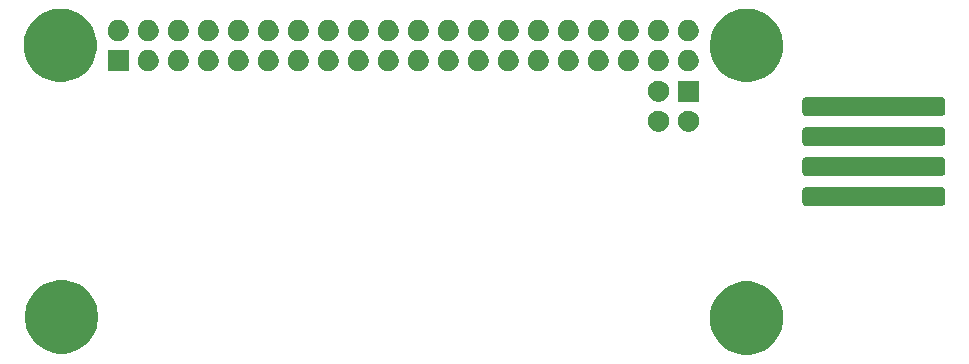
<source format=gbr>
G04 #@! TF.GenerationSoftware,KiCad,Pcbnew,(5.1.5)-2*
G04 #@! TF.CreationDate,2019-12-04T22:48:08+00:00*
G04 #@! TF.ProjectId,TTVV,54545656-2e6b-4696-9361-645f70636258,1.0.8*
G04 #@! TF.SameCoordinates,Original*
G04 #@! TF.FileFunction,Soldermask,Bot*
G04 #@! TF.FilePolarity,Negative*
%FSLAX46Y46*%
G04 Gerber Fmt 4.6, Leading zero omitted, Abs format (unit mm)*
G04 Created by KiCad (PCBNEW (5.1.5)-2) date 2019-12-04 22:48:08*
%MOMM*%
%LPD*%
G04 APERTURE LIST*
%ADD10C,0.100000*%
G04 APERTURE END LIST*
D10*
G36*
X112204780Y-72559565D02*
G01*
X112504237Y-72619131D01*
X113068401Y-72852815D01*
X113576135Y-73192072D01*
X114007928Y-73623865D01*
X114347185Y-74131599D01*
X114580869Y-74695763D01*
X114580869Y-74695765D01*
X114680109Y-75194675D01*
X114700000Y-75294677D01*
X114700000Y-75905323D01*
X114580869Y-76504237D01*
X114347185Y-77068401D01*
X114007928Y-77576135D01*
X113576135Y-78007928D01*
X113068401Y-78347185D01*
X112504237Y-78580869D01*
X112204780Y-78640434D01*
X111905325Y-78700000D01*
X111294675Y-78700000D01*
X110995220Y-78640434D01*
X110695763Y-78580869D01*
X110131599Y-78347185D01*
X109623865Y-78007928D01*
X109192072Y-77576135D01*
X108852815Y-77068401D01*
X108619131Y-76504237D01*
X108500000Y-75905323D01*
X108500000Y-75294677D01*
X108519892Y-75194675D01*
X108619131Y-74695765D01*
X108619131Y-74695763D01*
X108852815Y-74131599D01*
X109192072Y-73623865D01*
X109623865Y-73192072D01*
X110131599Y-72852815D01*
X110695763Y-72619131D01*
X110995220Y-72559565D01*
X111294675Y-72500000D01*
X111905325Y-72500000D01*
X112204780Y-72559565D01*
G37*
G36*
X54204780Y-72459566D02*
G01*
X54504237Y-72519131D01*
X55068401Y-72752815D01*
X55576135Y-73092072D01*
X56007928Y-73523865D01*
X56347185Y-74031599D01*
X56580869Y-74595763D01*
X56640435Y-74895220D01*
X56700000Y-75194675D01*
X56700000Y-75805325D01*
X56640434Y-76104780D01*
X56580869Y-76404237D01*
X56347185Y-76968401D01*
X56007928Y-77476135D01*
X55576135Y-77907928D01*
X55068401Y-78247185D01*
X54504237Y-78480869D01*
X54204780Y-78540434D01*
X53905325Y-78600000D01*
X53294675Y-78600000D01*
X52995220Y-78540434D01*
X52695763Y-78480869D01*
X52131599Y-78247185D01*
X51623865Y-77907928D01*
X51192072Y-77476135D01*
X50852815Y-76968401D01*
X50619131Y-76404237D01*
X50559566Y-76104780D01*
X50500000Y-75805325D01*
X50500000Y-75194675D01*
X50559565Y-74895220D01*
X50619131Y-74595763D01*
X50852815Y-74031599D01*
X51192072Y-73523865D01*
X51623865Y-73092072D01*
X52131599Y-72752815D01*
X52695763Y-72519131D01*
X52995220Y-72459566D01*
X53294675Y-72400000D01*
X53905325Y-72400000D01*
X54204780Y-72459566D01*
G37*
G36*
X128156023Y-64509487D02*
G01*
X128219311Y-64528686D01*
X128277649Y-64559868D01*
X128328775Y-64601825D01*
X128370732Y-64652951D01*
X128401914Y-64711289D01*
X128421113Y-64774577D01*
X128428200Y-64846538D01*
X128428200Y-65760262D01*
X128421113Y-65832223D01*
X128401914Y-65895511D01*
X128370732Y-65953849D01*
X128328775Y-66004975D01*
X128277649Y-66046932D01*
X128219311Y-66078114D01*
X128156023Y-66097313D01*
X128084062Y-66104400D01*
X116670338Y-66104400D01*
X116598377Y-66097313D01*
X116535089Y-66078114D01*
X116476751Y-66046932D01*
X116425625Y-66004975D01*
X116383668Y-65953849D01*
X116352486Y-65895511D01*
X116333287Y-65832223D01*
X116326200Y-65760262D01*
X116326200Y-64846538D01*
X116333287Y-64774577D01*
X116352486Y-64711289D01*
X116383668Y-64652951D01*
X116425625Y-64601825D01*
X116476751Y-64559868D01*
X116535089Y-64528686D01*
X116598377Y-64509487D01*
X116670338Y-64502400D01*
X128084062Y-64502400D01*
X128156023Y-64509487D01*
G37*
G36*
X128156023Y-61969487D02*
G01*
X128219311Y-61988686D01*
X128277649Y-62019868D01*
X128328775Y-62061825D01*
X128370732Y-62112951D01*
X128401914Y-62171289D01*
X128421113Y-62234577D01*
X128428200Y-62306538D01*
X128428200Y-63220262D01*
X128421113Y-63292223D01*
X128401914Y-63355511D01*
X128370732Y-63413849D01*
X128328775Y-63464975D01*
X128277649Y-63506932D01*
X128219311Y-63538114D01*
X128156023Y-63557313D01*
X128084062Y-63564400D01*
X116670338Y-63564400D01*
X116598377Y-63557313D01*
X116535089Y-63538114D01*
X116476751Y-63506932D01*
X116425625Y-63464975D01*
X116383668Y-63413849D01*
X116352486Y-63355511D01*
X116333287Y-63292223D01*
X116326200Y-63220262D01*
X116326200Y-62306538D01*
X116333287Y-62234577D01*
X116352486Y-62171289D01*
X116383668Y-62112951D01*
X116425625Y-62061825D01*
X116476751Y-62019868D01*
X116535089Y-61988686D01*
X116598377Y-61969487D01*
X116670338Y-61962400D01*
X128084062Y-61962400D01*
X128156023Y-61969487D01*
G37*
G36*
X128156023Y-59429487D02*
G01*
X128219311Y-59448686D01*
X128277649Y-59479868D01*
X128328775Y-59521825D01*
X128370732Y-59572951D01*
X128401914Y-59631289D01*
X128421113Y-59694577D01*
X128428200Y-59766538D01*
X128428200Y-60680262D01*
X128421113Y-60752223D01*
X128401914Y-60815511D01*
X128370732Y-60873849D01*
X128328775Y-60924975D01*
X128277649Y-60966932D01*
X128219311Y-60998114D01*
X128156023Y-61017313D01*
X128084062Y-61024400D01*
X116670338Y-61024400D01*
X116598377Y-61017313D01*
X116535089Y-60998114D01*
X116476751Y-60966932D01*
X116425625Y-60924975D01*
X116383668Y-60873849D01*
X116352486Y-60815511D01*
X116333287Y-60752223D01*
X116326200Y-60680262D01*
X116326200Y-59766538D01*
X116333287Y-59694577D01*
X116352486Y-59631289D01*
X116383668Y-59572951D01*
X116425625Y-59521825D01*
X116476751Y-59479868D01*
X116535089Y-59448686D01*
X116598377Y-59429487D01*
X116670338Y-59422400D01*
X128084062Y-59422400D01*
X128156023Y-59429487D01*
G37*
G36*
X104253512Y-58031927D02*
G01*
X104402812Y-58061624D01*
X104566784Y-58129544D01*
X104714354Y-58228147D01*
X104839853Y-58353646D01*
X104938456Y-58501216D01*
X105006376Y-58665188D01*
X105041000Y-58839259D01*
X105041000Y-59016741D01*
X105006376Y-59190812D01*
X104938456Y-59354784D01*
X104839853Y-59502354D01*
X104714354Y-59627853D01*
X104566784Y-59726456D01*
X104402812Y-59794376D01*
X104253512Y-59824073D01*
X104228742Y-59829000D01*
X104051258Y-59829000D01*
X104026488Y-59824073D01*
X103877188Y-59794376D01*
X103713216Y-59726456D01*
X103565646Y-59627853D01*
X103440147Y-59502354D01*
X103341544Y-59354784D01*
X103273624Y-59190812D01*
X103239000Y-59016741D01*
X103239000Y-58839259D01*
X103273624Y-58665188D01*
X103341544Y-58501216D01*
X103440147Y-58353646D01*
X103565646Y-58228147D01*
X103713216Y-58129544D01*
X103877188Y-58061624D01*
X104026488Y-58031927D01*
X104051258Y-58027000D01*
X104228742Y-58027000D01*
X104253512Y-58031927D01*
G37*
G36*
X106793512Y-58031927D02*
G01*
X106942812Y-58061624D01*
X107106784Y-58129544D01*
X107254354Y-58228147D01*
X107379853Y-58353646D01*
X107478456Y-58501216D01*
X107546376Y-58665188D01*
X107581000Y-58839259D01*
X107581000Y-59016741D01*
X107546376Y-59190812D01*
X107478456Y-59354784D01*
X107379853Y-59502354D01*
X107254354Y-59627853D01*
X107106784Y-59726456D01*
X106942812Y-59794376D01*
X106793512Y-59824073D01*
X106768742Y-59829000D01*
X106591258Y-59829000D01*
X106566488Y-59824073D01*
X106417188Y-59794376D01*
X106253216Y-59726456D01*
X106105646Y-59627853D01*
X105980147Y-59502354D01*
X105881544Y-59354784D01*
X105813624Y-59190812D01*
X105779000Y-59016741D01*
X105779000Y-58839259D01*
X105813624Y-58665188D01*
X105881544Y-58501216D01*
X105980147Y-58353646D01*
X106105646Y-58228147D01*
X106253216Y-58129544D01*
X106417188Y-58061624D01*
X106566488Y-58031927D01*
X106591258Y-58027000D01*
X106768742Y-58027000D01*
X106793512Y-58031927D01*
G37*
G36*
X128156023Y-56889487D02*
G01*
X128219311Y-56908686D01*
X128277649Y-56939868D01*
X128328775Y-56981825D01*
X128370732Y-57032951D01*
X128401914Y-57091289D01*
X128421113Y-57154577D01*
X128428200Y-57226538D01*
X128428200Y-58140262D01*
X128421113Y-58212223D01*
X128401914Y-58275511D01*
X128370732Y-58333849D01*
X128328775Y-58384975D01*
X128277649Y-58426932D01*
X128219311Y-58458114D01*
X128156023Y-58477313D01*
X128084062Y-58484400D01*
X116670338Y-58484400D01*
X116598377Y-58477313D01*
X116535089Y-58458114D01*
X116476751Y-58426932D01*
X116425625Y-58384975D01*
X116383668Y-58333849D01*
X116352486Y-58275511D01*
X116333287Y-58212223D01*
X116326200Y-58140262D01*
X116326200Y-57226538D01*
X116333287Y-57154577D01*
X116352486Y-57091289D01*
X116383668Y-57032951D01*
X116425625Y-56981825D01*
X116476751Y-56939868D01*
X116535089Y-56908686D01*
X116598377Y-56889487D01*
X116670338Y-56882400D01*
X128084062Y-56882400D01*
X128156023Y-56889487D01*
G37*
G36*
X107581000Y-57289000D02*
G01*
X105779000Y-57289000D01*
X105779000Y-55487000D01*
X107581000Y-55487000D01*
X107581000Y-57289000D01*
G37*
G36*
X104253512Y-55491927D02*
G01*
X104402812Y-55521624D01*
X104566784Y-55589544D01*
X104714354Y-55688147D01*
X104839853Y-55813646D01*
X104938456Y-55961216D01*
X105006376Y-56125188D01*
X105041000Y-56299259D01*
X105041000Y-56476741D01*
X105006376Y-56650812D01*
X104938456Y-56814784D01*
X104839853Y-56962354D01*
X104714354Y-57087853D01*
X104566784Y-57186456D01*
X104402812Y-57254376D01*
X104253512Y-57284073D01*
X104228742Y-57289000D01*
X104051258Y-57289000D01*
X104026488Y-57284073D01*
X103877188Y-57254376D01*
X103713216Y-57186456D01*
X103565646Y-57087853D01*
X103440147Y-56962354D01*
X103341544Y-56814784D01*
X103273624Y-56650812D01*
X103239000Y-56476741D01*
X103239000Y-56299259D01*
X103273624Y-56125188D01*
X103341544Y-55961216D01*
X103440147Y-55813646D01*
X103565646Y-55688147D01*
X103713216Y-55589544D01*
X103877188Y-55521624D01*
X104026488Y-55491927D01*
X104051258Y-55487000D01*
X104228742Y-55487000D01*
X104253512Y-55491927D01*
G37*
G36*
X54104780Y-49459566D02*
G01*
X54404237Y-49519131D01*
X54968401Y-49752815D01*
X55476135Y-50092072D01*
X55907928Y-50523865D01*
X56247185Y-51031599D01*
X56480869Y-51595763D01*
X56540435Y-51895220D01*
X56600000Y-52194675D01*
X56600000Y-52805325D01*
X56574479Y-52933625D01*
X56480869Y-53404237D01*
X56247185Y-53968401D01*
X55907928Y-54476135D01*
X55476135Y-54907928D01*
X54968401Y-55247185D01*
X54404237Y-55480869D01*
X54104780Y-55540434D01*
X53805325Y-55600000D01*
X53194675Y-55600000D01*
X52895220Y-55540434D01*
X52595763Y-55480869D01*
X52031599Y-55247185D01*
X51523865Y-54907928D01*
X51092072Y-54476135D01*
X50752815Y-53968401D01*
X50519131Y-53404237D01*
X50425521Y-52933625D01*
X50400000Y-52805325D01*
X50400000Y-52194675D01*
X50459565Y-51895220D01*
X50519131Y-51595763D01*
X50752815Y-51031599D01*
X51092072Y-50523865D01*
X51523865Y-50092072D01*
X52031599Y-49752815D01*
X52595763Y-49519131D01*
X52895220Y-49459566D01*
X53194675Y-49400000D01*
X53805325Y-49400000D01*
X54104780Y-49459566D01*
G37*
G36*
X112204780Y-49459566D02*
G01*
X112504237Y-49519131D01*
X113068401Y-49752815D01*
X113576135Y-50092072D01*
X114007928Y-50523865D01*
X114347185Y-51031599D01*
X114580869Y-51595763D01*
X114640434Y-51895220D01*
X114700000Y-52194675D01*
X114700000Y-52805325D01*
X114674479Y-52933625D01*
X114580869Y-53404237D01*
X114347185Y-53968401D01*
X114007928Y-54476135D01*
X113576135Y-54907928D01*
X113068401Y-55247185D01*
X112504237Y-55480869D01*
X112204780Y-55540434D01*
X111905325Y-55600000D01*
X111294675Y-55600000D01*
X110995220Y-55540434D01*
X110695763Y-55480869D01*
X110131599Y-55247185D01*
X109623865Y-54907928D01*
X109192072Y-54476135D01*
X108852815Y-53968401D01*
X108619131Y-53404237D01*
X108525521Y-52933625D01*
X108500000Y-52805325D01*
X108500000Y-52194675D01*
X108559566Y-51895220D01*
X108619131Y-51595763D01*
X108852815Y-51031599D01*
X109192072Y-50523865D01*
X109623865Y-50092072D01*
X110131599Y-49752815D01*
X110695763Y-49519131D01*
X110995220Y-49459566D01*
X111294675Y-49400000D01*
X111905325Y-49400000D01*
X112204780Y-49459566D01*
G37*
G36*
X71213512Y-52903927D02*
G01*
X71362812Y-52933624D01*
X71526784Y-53001544D01*
X71674354Y-53100147D01*
X71799853Y-53225646D01*
X71898456Y-53373216D01*
X71966376Y-53537188D01*
X72001000Y-53711259D01*
X72001000Y-53888741D01*
X71966376Y-54062812D01*
X71898456Y-54226784D01*
X71799853Y-54374354D01*
X71674354Y-54499853D01*
X71526784Y-54598456D01*
X71362812Y-54666376D01*
X71213512Y-54696073D01*
X71188742Y-54701000D01*
X71011258Y-54701000D01*
X70986488Y-54696073D01*
X70837188Y-54666376D01*
X70673216Y-54598456D01*
X70525646Y-54499853D01*
X70400147Y-54374354D01*
X70301544Y-54226784D01*
X70233624Y-54062812D01*
X70199000Y-53888741D01*
X70199000Y-53711259D01*
X70233624Y-53537188D01*
X70301544Y-53373216D01*
X70400147Y-53225646D01*
X70525646Y-53100147D01*
X70673216Y-53001544D01*
X70837188Y-52933624D01*
X70986488Y-52903927D01*
X71011258Y-52899000D01*
X71188742Y-52899000D01*
X71213512Y-52903927D01*
G37*
G36*
X59301000Y-54701000D02*
G01*
X57499000Y-54701000D01*
X57499000Y-52899000D01*
X59301000Y-52899000D01*
X59301000Y-54701000D01*
G37*
G36*
X61053512Y-52903927D02*
G01*
X61202812Y-52933624D01*
X61366784Y-53001544D01*
X61514354Y-53100147D01*
X61639853Y-53225646D01*
X61738456Y-53373216D01*
X61806376Y-53537188D01*
X61841000Y-53711259D01*
X61841000Y-53888741D01*
X61806376Y-54062812D01*
X61738456Y-54226784D01*
X61639853Y-54374354D01*
X61514354Y-54499853D01*
X61366784Y-54598456D01*
X61202812Y-54666376D01*
X61053512Y-54696073D01*
X61028742Y-54701000D01*
X60851258Y-54701000D01*
X60826488Y-54696073D01*
X60677188Y-54666376D01*
X60513216Y-54598456D01*
X60365646Y-54499853D01*
X60240147Y-54374354D01*
X60141544Y-54226784D01*
X60073624Y-54062812D01*
X60039000Y-53888741D01*
X60039000Y-53711259D01*
X60073624Y-53537188D01*
X60141544Y-53373216D01*
X60240147Y-53225646D01*
X60365646Y-53100147D01*
X60513216Y-53001544D01*
X60677188Y-52933624D01*
X60826488Y-52903927D01*
X60851258Y-52899000D01*
X61028742Y-52899000D01*
X61053512Y-52903927D01*
G37*
G36*
X63593512Y-52903927D02*
G01*
X63742812Y-52933624D01*
X63906784Y-53001544D01*
X64054354Y-53100147D01*
X64179853Y-53225646D01*
X64278456Y-53373216D01*
X64346376Y-53537188D01*
X64381000Y-53711259D01*
X64381000Y-53888741D01*
X64346376Y-54062812D01*
X64278456Y-54226784D01*
X64179853Y-54374354D01*
X64054354Y-54499853D01*
X63906784Y-54598456D01*
X63742812Y-54666376D01*
X63593512Y-54696073D01*
X63568742Y-54701000D01*
X63391258Y-54701000D01*
X63366488Y-54696073D01*
X63217188Y-54666376D01*
X63053216Y-54598456D01*
X62905646Y-54499853D01*
X62780147Y-54374354D01*
X62681544Y-54226784D01*
X62613624Y-54062812D01*
X62579000Y-53888741D01*
X62579000Y-53711259D01*
X62613624Y-53537188D01*
X62681544Y-53373216D01*
X62780147Y-53225646D01*
X62905646Y-53100147D01*
X63053216Y-53001544D01*
X63217188Y-52933624D01*
X63366488Y-52903927D01*
X63391258Y-52899000D01*
X63568742Y-52899000D01*
X63593512Y-52903927D01*
G37*
G36*
X66133512Y-52903927D02*
G01*
X66282812Y-52933624D01*
X66446784Y-53001544D01*
X66594354Y-53100147D01*
X66719853Y-53225646D01*
X66818456Y-53373216D01*
X66886376Y-53537188D01*
X66921000Y-53711259D01*
X66921000Y-53888741D01*
X66886376Y-54062812D01*
X66818456Y-54226784D01*
X66719853Y-54374354D01*
X66594354Y-54499853D01*
X66446784Y-54598456D01*
X66282812Y-54666376D01*
X66133512Y-54696073D01*
X66108742Y-54701000D01*
X65931258Y-54701000D01*
X65906488Y-54696073D01*
X65757188Y-54666376D01*
X65593216Y-54598456D01*
X65445646Y-54499853D01*
X65320147Y-54374354D01*
X65221544Y-54226784D01*
X65153624Y-54062812D01*
X65119000Y-53888741D01*
X65119000Y-53711259D01*
X65153624Y-53537188D01*
X65221544Y-53373216D01*
X65320147Y-53225646D01*
X65445646Y-53100147D01*
X65593216Y-53001544D01*
X65757188Y-52933624D01*
X65906488Y-52903927D01*
X65931258Y-52899000D01*
X66108742Y-52899000D01*
X66133512Y-52903927D01*
G37*
G36*
X68673512Y-52903927D02*
G01*
X68822812Y-52933624D01*
X68986784Y-53001544D01*
X69134354Y-53100147D01*
X69259853Y-53225646D01*
X69358456Y-53373216D01*
X69426376Y-53537188D01*
X69461000Y-53711259D01*
X69461000Y-53888741D01*
X69426376Y-54062812D01*
X69358456Y-54226784D01*
X69259853Y-54374354D01*
X69134354Y-54499853D01*
X68986784Y-54598456D01*
X68822812Y-54666376D01*
X68673512Y-54696073D01*
X68648742Y-54701000D01*
X68471258Y-54701000D01*
X68446488Y-54696073D01*
X68297188Y-54666376D01*
X68133216Y-54598456D01*
X67985646Y-54499853D01*
X67860147Y-54374354D01*
X67761544Y-54226784D01*
X67693624Y-54062812D01*
X67659000Y-53888741D01*
X67659000Y-53711259D01*
X67693624Y-53537188D01*
X67761544Y-53373216D01*
X67860147Y-53225646D01*
X67985646Y-53100147D01*
X68133216Y-53001544D01*
X68297188Y-52933624D01*
X68446488Y-52903927D01*
X68471258Y-52899000D01*
X68648742Y-52899000D01*
X68673512Y-52903927D01*
G37*
G36*
X76293512Y-52903927D02*
G01*
X76442812Y-52933624D01*
X76606784Y-53001544D01*
X76754354Y-53100147D01*
X76879853Y-53225646D01*
X76978456Y-53373216D01*
X77046376Y-53537188D01*
X77081000Y-53711259D01*
X77081000Y-53888741D01*
X77046376Y-54062812D01*
X76978456Y-54226784D01*
X76879853Y-54374354D01*
X76754354Y-54499853D01*
X76606784Y-54598456D01*
X76442812Y-54666376D01*
X76293512Y-54696073D01*
X76268742Y-54701000D01*
X76091258Y-54701000D01*
X76066488Y-54696073D01*
X75917188Y-54666376D01*
X75753216Y-54598456D01*
X75605646Y-54499853D01*
X75480147Y-54374354D01*
X75381544Y-54226784D01*
X75313624Y-54062812D01*
X75279000Y-53888741D01*
X75279000Y-53711259D01*
X75313624Y-53537188D01*
X75381544Y-53373216D01*
X75480147Y-53225646D01*
X75605646Y-53100147D01*
X75753216Y-53001544D01*
X75917188Y-52933624D01*
X76066488Y-52903927D01*
X76091258Y-52899000D01*
X76268742Y-52899000D01*
X76293512Y-52903927D01*
G37*
G36*
X78833512Y-52903927D02*
G01*
X78982812Y-52933624D01*
X79146784Y-53001544D01*
X79294354Y-53100147D01*
X79419853Y-53225646D01*
X79518456Y-53373216D01*
X79586376Y-53537188D01*
X79621000Y-53711259D01*
X79621000Y-53888741D01*
X79586376Y-54062812D01*
X79518456Y-54226784D01*
X79419853Y-54374354D01*
X79294354Y-54499853D01*
X79146784Y-54598456D01*
X78982812Y-54666376D01*
X78833512Y-54696073D01*
X78808742Y-54701000D01*
X78631258Y-54701000D01*
X78606488Y-54696073D01*
X78457188Y-54666376D01*
X78293216Y-54598456D01*
X78145646Y-54499853D01*
X78020147Y-54374354D01*
X77921544Y-54226784D01*
X77853624Y-54062812D01*
X77819000Y-53888741D01*
X77819000Y-53711259D01*
X77853624Y-53537188D01*
X77921544Y-53373216D01*
X78020147Y-53225646D01*
X78145646Y-53100147D01*
X78293216Y-53001544D01*
X78457188Y-52933624D01*
X78606488Y-52903927D01*
X78631258Y-52899000D01*
X78808742Y-52899000D01*
X78833512Y-52903927D01*
G37*
G36*
X81373512Y-52903927D02*
G01*
X81522812Y-52933624D01*
X81686784Y-53001544D01*
X81834354Y-53100147D01*
X81959853Y-53225646D01*
X82058456Y-53373216D01*
X82126376Y-53537188D01*
X82161000Y-53711259D01*
X82161000Y-53888741D01*
X82126376Y-54062812D01*
X82058456Y-54226784D01*
X81959853Y-54374354D01*
X81834354Y-54499853D01*
X81686784Y-54598456D01*
X81522812Y-54666376D01*
X81373512Y-54696073D01*
X81348742Y-54701000D01*
X81171258Y-54701000D01*
X81146488Y-54696073D01*
X80997188Y-54666376D01*
X80833216Y-54598456D01*
X80685646Y-54499853D01*
X80560147Y-54374354D01*
X80461544Y-54226784D01*
X80393624Y-54062812D01*
X80359000Y-53888741D01*
X80359000Y-53711259D01*
X80393624Y-53537188D01*
X80461544Y-53373216D01*
X80560147Y-53225646D01*
X80685646Y-53100147D01*
X80833216Y-53001544D01*
X80997188Y-52933624D01*
X81146488Y-52903927D01*
X81171258Y-52899000D01*
X81348742Y-52899000D01*
X81373512Y-52903927D01*
G37*
G36*
X73753512Y-52903927D02*
G01*
X73902812Y-52933624D01*
X74066784Y-53001544D01*
X74214354Y-53100147D01*
X74339853Y-53225646D01*
X74438456Y-53373216D01*
X74506376Y-53537188D01*
X74541000Y-53711259D01*
X74541000Y-53888741D01*
X74506376Y-54062812D01*
X74438456Y-54226784D01*
X74339853Y-54374354D01*
X74214354Y-54499853D01*
X74066784Y-54598456D01*
X73902812Y-54666376D01*
X73753512Y-54696073D01*
X73728742Y-54701000D01*
X73551258Y-54701000D01*
X73526488Y-54696073D01*
X73377188Y-54666376D01*
X73213216Y-54598456D01*
X73065646Y-54499853D01*
X72940147Y-54374354D01*
X72841544Y-54226784D01*
X72773624Y-54062812D01*
X72739000Y-53888741D01*
X72739000Y-53711259D01*
X72773624Y-53537188D01*
X72841544Y-53373216D01*
X72940147Y-53225646D01*
X73065646Y-53100147D01*
X73213216Y-53001544D01*
X73377188Y-52933624D01*
X73526488Y-52903927D01*
X73551258Y-52899000D01*
X73728742Y-52899000D01*
X73753512Y-52903927D01*
G37*
G36*
X99153512Y-52903927D02*
G01*
X99302812Y-52933624D01*
X99466784Y-53001544D01*
X99614354Y-53100147D01*
X99739853Y-53225646D01*
X99838456Y-53373216D01*
X99906376Y-53537188D01*
X99941000Y-53711259D01*
X99941000Y-53888741D01*
X99906376Y-54062812D01*
X99838456Y-54226784D01*
X99739853Y-54374354D01*
X99614354Y-54499853D01*
X99466784Y-54598456D01*
X99302812Y-54666376D01*
X99153512Y-54696073D01*
X99128742Y-54701000D01*
X98951258Y-54701000D01*
X98926488Y-54696073D01*
X98777188Y-54666376D01*
X98613216Y-54598456D01*
X98465646Y-54499853D01*
X98340147Y-54374354D01*
X98241544Y-54226784D01*
X98173624Y-54062812D01*
X98139000Y-53888741D01*
X98139000Y-53711259D01*
X98173624Y-53537188D01*
X98241544Y-53373216D01*
X98340147Y-53225646D01*
X98465646Y-53100147D01*
X98613216Y-53001544D01*
X98777188Y-52933624D01*
X98926488Y-52903927D01*
X98951258Y-52899000D01*
X99128742Y-52899000D01*
X99153512Y-52903927D01*
G37*
G36*
X96613512Y-52903927D02*
G01*
X96762812Y-52933624D01*
X96926784Y-53001544D01*
X97074354Y-53100147D01*
X97199853Y-53225646D01*
X97298456Y-53373216D01*
X97366376Y-53537188D01*
X97401000Y-53711259D01*
X97401000Y-53888741D01*
X97366376Y-54062812D01*
X97298456Y-54226784D01*
X97199853Y-54374354D01*
X97074354Y-54499853D01*
X96926784Y-54598456D01*
X96762812Y-54666376D01*
X96613512Y-54696073D01*
X96588742Y-54701000D01*
X96411258Y-54701000D01*
X96386488Y-54696073D01*
X96237188Y-54666376D01*
X96073216Y-54598456D01*
X95925646Y-54499853D01*
X95800147Y-54374354D01*
X95701544Y-54226784D01*
X95633624Y-54062812D01*
X95599000Y-53888741D01*
X95599000Y-53711259D01*
X95633624Y-53537188D01*
X95701544Y-53373216D01*
X95800147Y-53225646D01*
X95925646Y-53100147D01*
X96073216Y-53001544D01*
X96237188Y-52933624D01*
X96386488Y-52903927D01*
X96411258Y-52899000D01*
X96588742Y-52899000D01*
X96613512Y-52903927D01*
G37*
G36*
X83913512Y-52903927D02*
G01*
X84062812Y-52933624D01*
X84226784Y-53001544D01*
X84374354Y-53100147D01*
X84499853Y-53225646D01*
X84598456Y-53373216D01*
X84666376Y-53537188D01*
X84701000Y-53711259D01*
X84701000Y-53888741D01*
X84666376Y-54062812D01*
X84598456Y-54226784D01*
X84499853Y-54374354D01*
X84374354Y-54499853D01*
X84226784Y-54598456D01*
X84062812Y-54666376D01*
X83913512Y-54696073D01*
X83888742Y-54701000D01*
X83711258Y-54701000D01*
X83686488Y-54696073D01*
X83537188Y-54666376D01*
X83373216Y-54598456D01*
X83225646Y-54499853D01*
X83100147Y-54374354D01*
X83001544Y-54226784D01*
X82933624Y-54062812D01*
X82899000Y-53888741D01*
X82899000Y-53711259D01*
X82933624Y-53537188D01*
X83001544Y-53373216D01*
X83100147Y-53225646D01*
X83225646Y-53100147D01*
X83373216Y-53001544D01*
X83537188Y-52933624D01*
X83686488Y-52903927D01*
X83711258Y-52899000D01*
X83888742Y-52899000D01*
X83913512Y-52903927D01*
G37*
G36*
X86453512Y-52903927D02*
G01*
X86602812Y-52933624D01*
X86766784Y-53001544D01*
X86914354Y-53100147D01*
X87039853Y-53225646D01*
X87138456Y-53373216D01*
X87206376Y-53537188D01*
X87241000Y-53711259D01*
X87241000Y-53888741D01*
X87206376Y-54062812D01*
X87138456Y-54226784D01*
X87039853Y-54374354D01*
X86914354Y-54499853D01*
X86766784Y-54598456D01*
X86602812Y-54666376D01*
X86453512Y-54696073D01*
X86428742Y-54701000D01*
X86251258Y-54701000D01*
X86226488Y-54696073D01*
X86077188Y-54666376D01*
X85913216Y-54598456D01*
X85765646Y-54499853D01*
X85640147Y-54374354D01*
X85541544Y-54226784D01*
X85473624Y-54062812D01*
X85439000Y-53888741D01*
X85439000Y-53711259D01*
X85473624Y-53537188D01*
X85541544Y-53373216D01*
X85640147Y-53225646D01*
X85765646Y-53100147D01*
X85913216Y-53001544D01*
X86077188Y-52933624D01*
X86226488Y-52903927D01*
X86251258Y-52899000D01*
X86428742Y-52899000D01*
X86453512Y-52903927D01*
G37*
G36*
X88993512Y-52903927D02*
G01*
X89142812Y-52933624D01*
X89306784Y-53001544D01*
X89454354Y-53100147D01*
X89579853Y-53225646D01*
X89678456Y-53373216D01*
X89746376Y-53537188D01*
X89781000Y-53711259D01*
X89781000Y-53888741D01*
X89746376Y-54062812D01*
X89678456Y-54226784D01*
X89579853Y-54374354D01*
X89454354Y-54499853D01*
X89306784Y-54598456D01*
X89142812Y-54666376D01*
X88993512Y-54696073D01*
X88968742Y-54701000D01*
X88791258Y-54701000D01*
X88766488Y-54696073D01*
X88617188Y-54666376D01*
X88453216Y-54598456D01*
X88305646Y-54499853D01*
X88180147Y-54374354D01*
X88081544Y-54226784D01*
X88013624Y-54062812D01*
X87979000Y-53888741D01*
X87979000Y-53711259D01*
X88013624Y-53537188D01*
X88081544Y-53373216D01*
X88180147Y-53225646D01*
X88305646Y-53100147D01*
X88453216Y-53001544D01*
X88617188Y-52933624D01*
X88766488Y-52903927D01*
X88791258Y-52899000D01*
X88968742Y-52899000D01*
X88993512Y-52903927D01*
G37*
G36*
X91533512Y-52903927D02*
G01*
X91682812Y-52933624D01*
X91846784Y-53001544D01*
X91994354Y-53100147D01*
X92119853Y-53225646D01*
X92218456Y-53373216D01*
X92286376Y-53537188D01*
X92321000Y-53711259D01*
X92321000Y-53888741D01*
X92286376Y-54062812D01*
X92218456Y-54226784D01*
X92119853Y-54374354D01*
X91994354Y-54499853D01*
X91846784Y-54598456D01*
X91682812Y-54666376D01*
X91533512Y-54696073D01*
X91508742Y-54701000D01*
X91331258Y-54701000D01*
X91306488Y-54696073D01*
X91157188Y-54666376D01*
X90993216Y-54598456D01*
X90845646Y-54499853D01*
X90720147Y-54374354D01*
X90621544Y-54226784D01*
X90553624Y-54062812D01*
X90519000Y-53888741D01*
X90519000Y-53711259D01*
X90553624Y-53537188D01*
X90621544Y-53373216D01*
X90720147Y-53225646D01*
X90845646Y-53100147D01*
X90993216Y-53001544D01*
X91157188Y-52933624D01*
X91306488Y-52903927D01*
X91331258Y-52899000D01*
X91508742Y-52899000D01*
X91533512Y-52903927D01*
G37*
G36*
X94073512Y-52903927D02*
G01*
X94222812Y-52933624D01*
X94386784Y-53001544D01*
X94534354Y-53100147D01*
X94659853Y-53225646D01*
X94758456Y-53373216D01*
X94826376Y-53537188D01*
X94861000Y-53711259D01*
X94861000Y-53888741D01*
X94826376Y-54062812D01*
X94758456Y-54226784D01*
X94659853Y-54374354D01*
X94534354Y-54499853D01*
X94386784Y-54598456D01*
X94222812Y-54666376D01*
X94073512Y-54696073D01*
X94048742Y-54701000D01*
X93871258Y-54701000D01*
X93846488Y-54696073D01*
X93697188Y-54666376D01*
X93533216Y-54598456D01*
X93385646Y-54499853D01*
X93260147Y-54374354D01*
X93161544Y-54226784D01*
X93093624Y-54062812D01*
X93059000Y-53888741D01*
X93059000Y-53711259D01*
X93093624Y-53537188D01*
X93161544Y-53373216D01*
X93260147Y-53225646D01*
X93385646Y-53100147D01*
X93533216Y-53001544D01*
X93697188Y-52933624D01*
X93846488Y-52903927D01*
X93871258Y-52899000D01*
X94048742Y-52899000D01*
X94073512Y-52903927D01*
G37*
G36*
X106773512Y-52903927D02*
G01*
X106922812Y-52933624D01*
X107086784Y-53001544D01*
X107234354Y-53100147D01*
X107359853Y-53225646D01*
X107458456Y-53373216D01*
X107526376Y-53537188D01*
X107561000Y-53711259D01*
X107561000Y-53888741D01*
X107526376Y-54062812D01*
X107458456Y-54226784D01*
X107359853Y-54374354D01*
X107234354Y-54499853D01*
X107086784Y-54598456D01*
X106922812Y-54666376D01*
X106773512Y-54696073D01*
X106748742Y-54701000D01*
X106571258Y-54701000D01*
X106546488Y-54696073D01*
X106397188Y-54666376D01*
X106233216Y-54598456D01*
X106085646Y-54499853D01*
X105960147Y-54374354D01*
X105861544Y-54226784D01*
X105793624Y-54062812D01*
X105759000Y-53888741D01*
X105759000Y-53711259D01*
X105793624Y-53537188D01*
X105861544Y-53373216D01*
X105960147Y-53225646D01*
X106085646Y-53100147D01*
X106233216Y-53001544D01*
X106397188Y-52933624D01*
X106546488Y-52903927D01*
X106571258Y-52899000D01*
X106748742Y-52899000D01*
X106773512Y-52903927D01*
G37*
G36*
X104233512Y-52903927D02*
G01*
X104382812Y-52933624D01*
X104546784Y-53001544D01*
X104694354Y-53100147D01*
X104819853Y-53225646D01*
X104918456Y-53373216D01*
X104986376Y-53537188D01*
X105021000Y-53711259D01*
X105021000Y-53888741D01*
X104986376Y-54062812D01*
X104918456Y-54226784D01*
X104819853Y-54374354D01*
X104694354Y-54499853D01*
X104546784Y-54598456D01*
X104382812Y-54666376D01*
X104233512Y-54696073D01*
X104208742Y-54701000D01*
X104031258Y-54701000D01*
X104006488Y-54696073D01*
X103857188Y-54666376D01*
X103693216Y-54598456D01*
X103545646Y-54499853D01*
X103420147Y-54374354D01*
X103321544Y-54226784D01*
X103253624Y-54062812D01*
X103219000Y-53888741D01*
X103219000Y-53711259D01*
X103253624Y-53537188D01*
X103321544Y-53373216D01*
X103420147Y-53225646D01*
X103545646Y-53100147D01*
X103693216Y-53001544D01*
X103857188Y-52933624D01*
X104006488Y-52903927D01*
X104031258Y-52899000D01*
X104208742Y-52899000D01*
X104233512Y-52903927D01*
G37*
G36*
X101693512Y-52903927D02*
G01*
X101842812Y-52933624D01*
X102006784Y-53001544D01*
X102154354Y-53100147D01*
X102279853Y-53225646D01*
X102378456Y-53373216D01*
X102446376Y-53537188D01*
X102481000Y-53711259D01*
X102481000Y-53888741D01*
X102446376Y-54062812D01*
X102378456Y-54226784D01*
X102279853Y-54374354D01*
X102154354Y-54499853D01*
X102006784Y-54598456D01*
X101842812Y-54666376D01*
X101693512Y-54696073D01*
X101668742Y-54701000D01*
X101491258Y-54701000D01*
X101466488Y-54696073D01*
X101317188Y-54666376D01*
X101153216Y-54598456D01*
X101005646Y-54499853D01*
X100880147Y-54374354D01*
X100781544Y-54226784D01*
X100713624Y-54062812D01*
X100679000Y-53888741D01*
X100679000Y-53711259D01*
X100713624Y-53537188D01*
X100781544Y-53373216D01*
X100880147Y-53225646D01*
X101005646Y-53100147D01*
X101153216Y-53001544D01*
X101317188Y-52933624D01*
X101466488Y-52903927D01*
X101491258Y-52899000D01*
X101668742Y-52899000D01*
X101693512Y-52903927D01*
G37*
G36*
X86453512Y-50363927D02*
G01*
X86602812Y-50393624D01*
X86766784Y-50461544D01*
X86914354Y-50560147D01*
X87039853Y-50685646D01*
X87138456Y-50833216D01*
X87206376Y-50997188D01*
X87241000Y-51171259D01*
X87241000Y-51348741D01*
X87206376Y-51522812D01*
X87138456Y-51686784D01*
X87039853Y-51834354D01*
X86914354Y-51959853D01*
X86766784Y-52058456D01*
X86602812Y-52126376D01*
X86453512Y-52156073D01*
X86428742Y-52161000D01*
X86251258Y-52161000D01*
X86226488Y-52156073D01*
X86077188Y-52126376D01*
X85913216Y-52058456D01*
X85765646Y-51959853D01*
X85640147Y-51834354D01*
X85541544Y-51686784D01*
X85473624Y-51522812D01*
X85439000Y-51348741D01*
X85439000Y-51171259D01*
X85473624Y-50997188D01*
X85541544Y-50833216D01*
X85640147Y-50685646D01*
X85765646Y-50560147D01*
X85913216Y-50461544D01*
X86077188Y-50393624D01*
X86226488Y-50363927D01*
X86251258Y-50359000D01*
X86428742Y-50359000D01*
X86453512Y-50363927D01*
G37*
G36*
X83913512Y-50363927D02*
G01*
X84062812Y-50393624D01*
X84226784Y-50461544D01*
X84374354Y-50560147D01*
X84499853Y-50685646D01*
X84598456Y-50833216D01*
X84666376Y-50997188D01*
X84701000Y-51171259D01*
X84701000Y-51348741D01*
X84666376Y-51522812D01*
X84598456Y-51686784D01*
X84499853Y-51834354D01*
X84374354Y-51959853D01*
X84226784Y-52058456D01*
X84062812Y-52126376D01*
X83913512Y-52156073D01*
X83888742Y-52161000D01*
X83711258Y-52161000D01*
X83686488Y-52156073D01*
X83537188Y-52126376D01*
X83373216Y-52058456D01*
X83225646Y-51959853D01*
X83100147Y-51834354D01*
X83001544Y-51686784D01*
X82933624Y-51522812D01*
X82899000Y-51348741D01*
X82899000Y-51171259D01*
X82933624Y-50997188D01*
X83001544Y-50833216D01*
X83100147Y-50685646D01*
X83225646Y-50560147D01*
X83373216Y-50461544D01*
X83537188Y-50393624D01*
X83686488Y-50363927D01*
X83711258Y-50359000D01*
X83888742Y-50359000D01*
X83913512Y-50363927D01*
G37*
G36*
X88993512Y-50363927D02*
G01*
X89142812Y-50393624D01*
X89306784Y-50461544D01*
X89454354Y-50560147D01*
X89579853Y-50685646D01*
X89678456Y-50833216D01*
X89746376Y-50997188D01*
X89781000Y-51171259D01*
X89781000Y-51348741D01*
X89746376Y-51522812D01*
X89678456Y-51686784D01*
X89579853Y-51834354D01*
X89454354Y-51959853D01*
X89306784Y-52058456D01*
X89142812Y-52126376D01*
X88993512Y-52156073D01*
X88968742Y-52161000D01*
X88791258Y-52161000D01*
X88766488Y-52156073D01*
X88617188Y-52126376D01*
X88453216Y-52058456D01*
X88305646Y-51959853D01*
X88180147Y-51834354D01*
X88081544Y-51686784D01*
X88013624Y-51522812D01*
X87979000Y-51348741D01*
X87979000Y-51171259D01*
X88013624Y-50997188D01*
X88081544Y-50833216D01*
X88180147Y-50685646D01*
X88305646Y-50560147D01*
X88453216Y-50461544D01*
X88617188Y-50393624D01*
X88766488Y-50363927D01*
X88791258Y-50359000D01*
X88968742Y-50359000D01*
X88993512Y-50363927D01*
G37*
G36*
X91533512Y-50363927D02*
G01*
X91682812Y-50393624D01*
X91846784Y-50461544D01*
X91994354Y-50560147D01*
X92119853Y-50685646D01*
X92218456Y-50833216D01*
X92286376Y-50997188D01*
X92321000Y-51171259D01*
X92321000Y-51348741D01*
X92286376Y-51522812D01*
X92218456Y-51686784D01*
X92119853Y-51834354D01*
X91994354Y-51959853D01*
X91846784Y-52058456D01*
X91682812Y-52126376D01*
X91533512Y-52156073D01*
X91508742Y-52161000D01*
X91331258Y-52161000D01*
X91306488Y-52156073D01*
X91157188Y-52126376D01*
X90993216Y-52058456D01*
X90845646Y-51959853D01*
X90720147Y-51834354D01*
X90621544Y-51686784D01*
X90553624Y-51522812D01*
X90519000Y-51348741D01*
X90519000Y-51171259D01*
X90553624Y-50997188D01*
X90621544Y-50833216D01*
X90720147Y-50685646D01*
X90845646Y-50560147D01*
X90993216Y-50461544D01*
X91157188Y-50393624D01*
X91306488Y-50363927D01*
X91331258Y-50359000D01*
X91508742Y-50359000D01*
X91533512Y-50363927D01*
G37*
G36*
X78833512Y-50363927D02*
G01*
X78982812Y-50393624D01*
X79146784Y-50461544D01*
X79294354Y-50560147D01*
X79419853Y-50685646D01*
X79518456Y-50833216D01*
X79586376Y-50997188D01*
X79621000Y-51171259D01*
X79621000Y-51348741D01*
X79586376Y-51522812D01*
X79518456Y-51686784D01*
X79419853Y-51834354D01*
X79294354Y-51959853D01*
X79146784Y-52058456D01*
X78982812Y-52126376D01*
X78833512Y-52156073D01*
X78808742Y-52161000D01*
X78631258Y-52161000D01*
X78606488Y-52156073D01*
X78457188Y-52126376D01*
X78293216Y-52058456D01*
X78145646Y-51959853D01*
X78020147Y-51834354D01*
X77921544Y-51686784D01*
X77853624Y-51522812D01*
X77819000Y-51348741D01*
X77819000Y-51171259D01*
X77853624Y-50997188D01*
X77921544Y-50833216D01*
X78020147Y-50685646D01*
X78145646Y-50560147D01*
X78293216Y-50461544D01*
X78457188Y-50393624D01*
X78606488Y-50363927D01*
X78631258Y-50359000D01*
X78808742Y-50359000D01*
X78833512Y-50363927D01*
G37*
G36*
X81373512Y-50363927D02*
G01*
X81522812Y-50393624D01*
X81686784Y-50461544D01*
X81834354Y-50560147D01*
X81959853Y-50685646D01*
X82058456Y-50833216D01*
X82126376Y-50997188D01*
X82161000Y-51171259D01*
X82161000Y-51348741D01*
X82126376Y-51522812D01*
X82058456Y-51686784D01*
X81959853Y-51834354D01*
X81834354Y-51959853D01*
X81686784Y-52058456D01*
X81522812Y-52126376D01*
X81373512Y-52156073D01*
X81348742Y-52161000D01*
X81171258Y-52161000D01*
X81146488Y-52156073D01*
X80997188Y-52126376D01*
X80833216Y-52058456D01*
X80685646Y-51959853D01*
X80560147Y-51834354D01*
X80461544Y-51686784D01*
X80393624Y-51522812D01*
X80359000Y-51348741D01*
X80359000Y-51171259D01*
X80393624Y-50997188D01*
X80461544Y-50833216D01*
X80560147Y-50685646D01*
X80685646Y-50560147D01*
X80833216Y-50461544D01*
X80997188Y-50393624D01*
X81146488Y-50363927D01*
X81171258Y-50359000D01*
X81348742Y-50359000D01*
X81373512Y-50363927D01*
G37*
G36*
X58513512Y-50363927D02*
G01*
X58662812Y-50393624D01*
X58826784Y-50461544D01*
X58974354Y-50560147D01*
X59099853Y-50685646D01*
X59198456Y-50833216D01*
X59266376Y-50997188D01*
X59301000Y-51171259D01*
X59301000Y-51348741D01*
X59266376Y-51522812D01*
X59198456Y-51686784D01*
X59099853Y-51834354D01*
X58974354Y-51959853D01*
X58826784Y-52058456D01*
X58662812Y-52126376D01*
X58513512Y-52156073D01*
X58488742Y-52161000D01*
X58311258Y-52161000D01*
X58286488Y-52156073D01*
X58137188Y-52126376D01*
X57973216Y-52058456D01*
X57825646Y-51959853D01*
X57700147Y-51834354D01*
X57601544Y-51686784D01*
X57533624Y-51522812D01*
X57499000Y-51348741D01*
X57499000Y-51171259D01*
X57533624Y-50997188D01*
X57601544Y-50833216D01*
X57700147Y-50685646D01*
X57825646Y-50560147D01*
X57973216Y-50461544D01*
X58137188Y-50393624D01*
X58286488Y-50363927D01*
X58311258Y-50359000D01*
X58488742Y-50359000D01*
X58513512Y-50363927D01*
G37*
G36*
X61053512Y-50363927D02*
G01*
X61202812Y-50393624D01*
X61366784Y-50461544D01*
X61514354Y-50560147D01*
X61639853Y-50685646D01*
X61738456Y-50833216D01*
X61806376Y-50997188D01*
X61841000Y-51171259D01*
X61841000Y-51348741D01*
X61806376Y-51522812D01*
X61738456Y-51686784D01*
X61639853Y-51834354D01*
X61514354Y-51959853D01*
X61366784Y-52058456D01*
X61202812Y-52126376D01*
X61053512Y-52156073D01*
X61028742Y-52161000D01*
X60851258Y-52161000D01*
X60826488Y-52156073D01*
X60677188Y-52126376D01*
X60513216Y-52058456D01*
X60365646Y-51959853D01*
X60240147Y-51834354D01*
X60141544Y-51686784D01*
X60073624Y-51522812D01*
X60039000Y-51348741D01*
X60039000Y-51171259D01*
X60073624Y-50997188D01*
X60141544Y-50833216D01*
X60240147Y-50685646D01*
X60365646Y-50560147D01*
X60513216Y-50461544D01*
X60677188Y-50393624D01*
X60826488Y-50363927D01*
X60851258Y-50359000D01*
X61028742Y-50359000D01*
X61053512Y-50363927D01*
G37*
G36*
X63593512Y-50363927D02*
G01*
X63742812Y-50393624D01*
X63906784Y-50461544D01*
X64054354Y-50560147D01*
X64179853Y-50685646D01*
X64278456Y-50833216D01*
X64346376Y-50997188D01*
X64381000Y-51171259D01*
X64381000Y-51348741D01*
X64346376Y-51522812D01*
X64278456Y-51686784D01*
X64179853Y-51834354D01*
X64054354Y-51959853D01*
X63906784Y-52058456D01*
X63742812Y-52126376D01*
X63593512Y-52156073D01*
X63568742Y-52161000D01*
X63391258Y-52161000D01*
X63366488Y-52156073D01*
X63217188Y-52126376D01*
X63053216Y-52058456D01*
X62905646Y-51959853D01*
X62780147Y-51834354D01*
X62681544Y-51686784D01*
X62613624Y-51522812D01*
X62579000Y-51348741D01*
X62579000Y-51171259D01*
X62613624Y-50997188D01*
X62681544Y-50833216D01*
X62780147Y-50685646D01*
X62905646Y-50560147D01*
X63053216Y-50461544D01*
X63217188Y-50393624D01*
X63366488Y-50363927D01*
X63391258Y-50359000D01*
X63568742Y-50359000D01*
X63593512Y-50363927D01*
G37*
G36*
X106773512Y-50363927D02*
G01*
X106922812Y-50393624D01*
X107086784Y-50461544D01*
X107234354Y-50560147D01*
X107359853Y-50685646D01*
X107458456Y-50833216D01*
X107526376Y-50997188D01*
X107561000Y-51171259D01*
X107561000Y-51348741D01*
X107526376Y-51522812D01*
X107458456Y-51686784D01*
X107359853Y-51834354D01*
X107234354Y-51959853D01*
X107086784Y-52058456D01*
X106922812Y-52126376D01*
X106773512Y-52156073D01*
X106748742Y-52161000D01*
X106571258Y-52161000D01*
X106546488Y-52156073D01*
X106397188Y-52126376D01*
X106233216Y-52058456D01*
X106085646Y-51959853D01*
X105960147Y-51834354D01*
X105861544Y-51686784D01*
X105793624Y-51522812D01*
X105759000Y-51348741D01*
X105759000Y-51171259D01*
X105793624Y-50997188D01*
X105861544Y-50833216D01*
X105960147Y-50685646D01*
X106085646Y-50560147D01*
X106233216Y-50461544D01*
X106397188Y-50393624D01*
X106546488Y-50363927D01*
X106571258Y-50359000D01*
X106748742Y-50359000D01*
X106773512Y-50363927D01*
G37*
G36*
X66133512Y-50363927D02*
G01*
X66282812Y-50393624D01*
X66446784Y-50461544D01*
X66594354Y-50560147D01*
X66719853Y-50685646D01*
X66818456Y-50833216D01*
X66886376Y-50997188D01*
X66921000Y-51171259D01*
X66921000Y-51348741D01*
X66886376Y-51522812D01*
X66818456Y-51686784D01*
X66719853Y-51834354D01*
X66594354Y-51959853D01*
X66446784Y-52058456D01*
X66282812Y-52126376D01*
X66133512Y-52156073D01*
X66108742Y-52161000D01*
X65931258Y-52161000D01*
X65906488Y-52156073D01*
X65757188Y-52126376D01*
X65593216Y-52058456D01*
X65445646Y-51959853D01*
X65320147Y-51834354D01*
X65221544Y-51686784D01*
X65153624Y-51522812D01*
X65119000Y-51348741D01*
X65119000Y-51171259D01*
X65153624Y-50997188D01*
X65221544Y-50833216D01*
X65320147Y-50685646D01*
X65445646Y-50560147D01*
X65593216Y-50461544D01*
X65757188Y-50393624D01*
X65906488Y-50363927D01*
X65931258Y-50359000D01*
X66108742Y-50359000D01*
X66133512Y-50363927D01*
G37*
G36*
X104233512Y-50363927D02*
G01*
X104382812Y-50393624D01*
X104546784Y-50461544D01*
X104694354Y-50560147D01*
X104819853Y-50685646D01*
X104918456Y-50833216D01*
X104986376Y-50997188D01*
X105021000Y-51171259D01*
X105021000Y-51348741D01*
X104986376Y-51522812D01*
X104918456Y-51686784D01*
X104819853Y-51834354D01*
X104694354Y-51959853D01*
X104546784Y-52058456D01*
X104382812Y-52126376D01*
X104233512Y-52156073D01*
X104208742Y-52161000D01*
X104031258Y-52161000D01*
X104006488Y-52156073D01*
X103857188Y-52126376D01*
X103693216Y-52058456D01*
X103545646Y-51959853D01*
X103420147Y-51834354D01*
X103321544Y-51686784D01*
X103253624Y-51522812D01*
X103219000Y-51348741D01*
X103219000Y-51171259D01*
X103253624Y-50997188D01*
X103321544Y-50833216D01*
X103420147Y-50685646D01*
X103545646Y-50560147D01*
X103693216Y-50461544D01*
X103857188Y-50393624D01*
X104006488Y-50363927D01*
X104031258Y-50359000D01*
X104208742Y-50359000D01*
X104233512Y-50363927D01*
G37*
G36*
X68673512Y-50363927D02*
G01*
X68822812Y-50393624D01*
X68986784Y-50461544D01*
X69134354Y-50560147D01*
X69259853Y-50685646D01*
X69358456Y-50833216D01*
X69426376Y-50997188D01*
X69461000Y-51171259D01*
X69461000Y-51348741D01*
X69426376Y-51522812D01*
X69358456Y-51686784D01*
X69259853Y-51834354D01*
X69134354Y-51959853D01*
X68986784Y-52058456D01*
X68822812Y-52126376D01*
X68673512Y-52156073D01*
X68648742Y-52161000D01*
X68471258Y-52161000D01*
X68446488Y-52156073D01*
X68297188Y-52126376D01*
X68133216Y-52058456D01*
X67985646Y-51959853D01*
X67860147Y-51834354D01*
X67761544Y-51686784D01*
X67693624Y-51522812D01*
X67659000Y-51348741D01*
X67659000Y-51171259D01*
X67693624Y-50997188D01*
X67761544Y-50833216D01*
X67860147Y-50685646D01*
X67985646Y-50560147D01*
X68133216Y-50461544D01*
X68297188Y-50393624D01*
X68446488Y-50363927D01*
X68471258Y-50359000D01*
X68648742Y-50359000D01*
X68673512Y-50363927D01*
G37*
G36*
X101693512Y-50363927D02*
G01*
X101842812Y-50393624D01*
X102006784Y-50461544D01*
X102154354Y-50560147D01*
X102279853Y-50685646D01*
X102378456Y-50833216D01*
X102446376Y-50997188D01*
X102481000Y-51171259D01*
X102481000Y-51348741D01*
X102446376Y-51522812D01*
X102378456Y-51686784D01*
X102279853Y-51834354D01*
X102154354Y-51959853D01*
X102006784Y-52058456D01*
X101842812Y-52126376D01*
X101693512Y-52156073D01*
X101668742Y-52161000D01*
X101491258Y-52161000D01*
X101466488Y-52156073D01*
X101317188Y-52126376D01*
X101153216Y-52058456D01*
X101005646Y-51959853D01*
X100880147Y-51834354D01*
X100781544Y-51686784D01*
X100713624Y-51522812D01*
X100679000Y-51348741D01*
X100679000Y-51171259D01*
X100713624Y-50997188D01*
X100781544Y-50833216D01*
X100880147Y-50685646D01*
X101005646Y-50560147D01*
X101153216Y-50461544D01*
X101317188Y-50393624D01*
X101466488Y-50363927D01*
X101491258Y-50359000D01*
X101668742Y-50359000D01*
X101693512Y-50363927D01*
G37*
G36*
X71213512Y-50363927D02*
G01*
X71362812Y-50393624D01*
X71526784Y-50461544D01*
X71674354Y-50560147D01*
X71799853Y-50685646D01*
X71898456Y-50833216D01*
X71966376Y-50997188D01*
X72001000Y-51171259D01*
X72001000Y-51348741D01*
X71966376Y-51522812D01*
X71898456Y-51686784D01*
X71799853Y-51834354D01*
X71674354Y-51959853D01*
X71526784Y-52058456D01*
X71362812Y-52126376D01*
X71213512Y-52156073D01*
X71188742Y-52161000D01*
X71011258Y-52161000D01*
X70986488Y-52156073D01*
X70837188Y-52126376D01*
X70673216Y-52058456D01*
X70525646Y-51959853D01*
X70400147Y-51834354D01*
X70301544Y-51686784D01*
X70233624Y-51522812D01*
X70199000Y-51348741D01*
X70199000Y-51171259D01*
X70233624Y-50997188D01*
X70301544Y-50833216D01*
X70400147Y-50685646D01*
X70525646Y-50560147D01*
X70673216Y-50461544D01*
X70837188Y-50393624D01*
X70986488Y-50363927D01*
X71011258Y-50359000D01*
X71188742Y-50359000D01*
X71213512Y-50363927D01*
G37*
G36*
X99153512Y-50363927D02*
G01*
X99302812Y-50393624D01*
X99466784Y-50461544D01*
X99614354Y-50560147D01*
X99739853Y-50685646D01*
X99838456Y-50833216D01*
X99906376Y-50997188D01*
X99941000Y-51171259D01*
X99941000Y-51348741D01*
X99906376Y-51522812D01*
X99838456Y-51686784D01*
X99739853Y-51834354D01*
X99614354Y-51959853D01*
X99466784Y-52058456D01*
X99302812Y-52126376D01*
X99153512Y-52156073D01*
X99128742Y-52161000D01*
X98951258Y-52161000D01*
X98926488Y-52156073D01*
X98777188Y-52126376D01*
X98613216Y-52058456D01*
X98465646Y-51959853D01*
X98340147Y-51834354D01*
X98241544Y-51686784D01*
X98173624Y-51522812D01*
X98139000Y-51348741D01*
X98139000Y-51171259D01*
X98173624Y-50997188D01*
X98241544Y-50833216D01*
X98340147Y-50685646D01*
X98465646Y-50560147D01*
X98613216Y-50461544D01*
X98777188Y-50393624D01*
X98926488Y-50363927D01*
X98951258Y-50359000D01*
X99128742Y-50359000D01*
X99153512Y-50363927D01*
G37*
G36*
X73753512Y-50363927D02*
G01*
X73902812Y-50393624D01*
X74066784Y-50461544D01*
X74214354Y-50560147D01*
X74339853Y-50685646D01*
X74438456Y-50833216D01*
X74506376Y-50997188D01*
X74541000Y-51171259D01*
X74541000Y-51348741D01*
X74506376Y-51522812D01*
X74438456Y-51686784D01*
X74339853Y-51834354D01*
X74214354Y-51959853D01*
X74066784Y-52058456D01*
X73902812Y-52126376D01*
X73753512Y-52156073D01*
X73728742Y-52161000D01*
X73551258Y-52161000D01*
X73526488Y-52156073D01*
X73377188Y-52126376D01*
X73213216Y-52058456D01*
X73065646Y-51959853D01*
X72940147Y-51834354D01*
X72841544Y-51686784D01*
X72773624Y-51522812D01*
X72739000Y-51348741D01*
X72739000Y-51171259D01*
X72773624Y-50997188D01*
X72841544Y-50833216D01*
X72940147Y-50685646D01*
X73065646Y-50560147D01*
X73213216Y-50461544D01*
X73377188Y-50393624D01*
X73526488Y-50363927D01*
X73551258Y-50359000D01*
X73728742Y-50359000D01*
X73753512Y-50363927D01*
G37*
G36*
X96613512Y-50363927D02*
G01*
X96762812Y-50393624D01*
X96926784Y-50461544D01*
X97074354Y-50560147D01*
X97199853Y-50685646D01*
X97298456Y-50833216D01*
X97366376Y-50997188D01*
X97401000Y-51171259D01*
X97401000Y-51348741D01*
X97366376Y-51522812D01*
X97298456Y-51686784D01*
X97199853Y-51834354D01*
X97074354Y-51959853D01*
X96926784Y-52058456D01*
X96762812Y-52126376D01*
X96613512Y-52156073D01*
X96588742Y-52161000D01*
X96411258Y-52161000D01*
X96386488Y-52156073D01*
X96237188Y-52126376D01*
X96073216Y-52058456D01*
X95925646Y-51959853D01*
X95800147Y-51834354D01*
X95701544Y-51686784D01*
X95633624Y-51522812D01*
X95599000Y-51348741D01*
X95599000Y-51171259D01*
X95633624Y-50997188D01*
X95701544Y-50833216D01*
X95800147Y-50685646D01*
X95925646Y-50560147D01*
X96073216Y-50461544D01*
X96237188Y-50393624D01*
X96386488Y-50363927D01*
X96411258Y-50359000D01*
X96588742Y-50359000D01*
X96613512Y-50363927D01*
G37*
G36*
X94073512Y-50363927D02*
G01*
X94222812Y-50393624D01*
X94386784Y-50461544D01*
X94534354Y-50560147D01*
X94659853Y-50685646D01*
X94758456Y-50833216D01*
X94826376Y-50997188D01*
X94861000Y-51171259D01*
X94861000Y-51348741D01*
X94826376Y-51522812D01*
X94758456Y-51686784D01*
X94659853Y-51834354D01*
X94534354Y-51959853D01*
X94386784Y-52058456D01*
X94222812Y-52126376D01*
X94073512Y-52156073D01*
X94048742Y-52161000D01*
X93871258Y-52161000D01*
X93846488Y-52156073D01*
X93697188Y-52126376D01*
X93533216Y-52058456D01*
X93385646Y-51959853D01*
X93260147Y-51834354D01*
X93161544Y-51686784D01*
X93093624Y-51522812D01*
X93059000Y-51348741D01*
X93059000Y-51171259D01*
X93093624Y-50997188D01*
X93161544Y-50833216D01*
X93260147Y-50685646D01*
X93385646Y-50560147D01*
X93533216Y-50461544D01*
X93697188Y-50393624D01*
X93846488Y-50363927D01*
X93871258Y-50359000D01*
X94048742Y-50359000D01*
X94073512Y-50363927D01*
G37*
G36*
X76293512Y-50363927D02*
G01*
X76442812Y-50393624D01*
X76606784Y-50461544D01*
X76754354Y-50560147D01*
X76879853Y-50685646D01*
X76978456Y-50833216D01*
X77046376Y-50997188D01*
X77081000Y-51171259D01*
X77081000Y-51348741D01*
X77046376Y-51522812D01*
X76978456Y-51686784D01*
X76879853Y-51834354D01*
X76754354Y-51959853D01*
X76606784Y-52058456D01*
X76442812Y-52126376D01*
X76293512Y-52156073D01*
X76268742Y-52161000D01*
X76091258Y-52161000D01*
X76066488Y-52156073D01*
X75917188Y-52126376D01*
X75753216Y-52058456D01*
X75605646Y-51959853D01*
X75480147Y-51834354D01*
X75381544Y-51686784D01*
X75313624Y-51522812D01*
X75279000Y-51348741D01*
X75279000Y-51171259D01*
X75313624Y-50997188D01*
X75381544Y-50833216D01*
X75480147Y-50685646D01*
X75605646Y-50560147D01*
X75753216Y-50461544D01*
X75917188Y-50393624D01*
X76066488Y-50363927D01*
X76091258Y-50359000D01*
X76268742Y-50359000D01*
X76293512Y-50363927D01*
G37*
M02*

</source>
